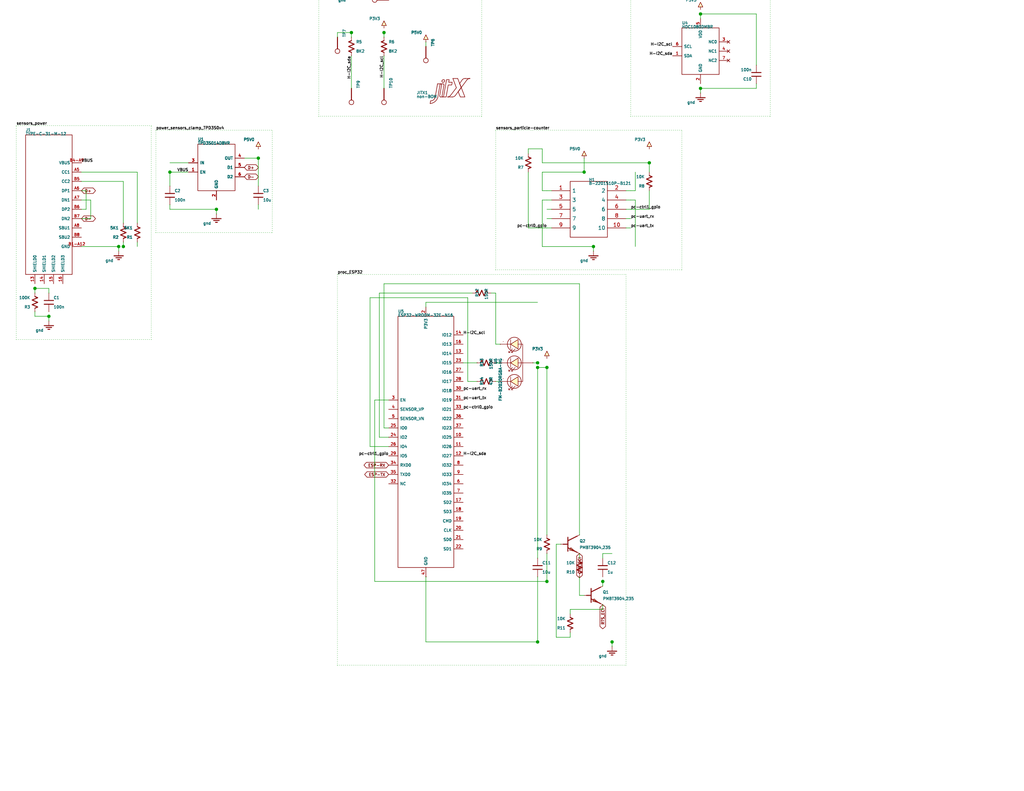
<source format=kicad_sch>
(kicad_sch (version 20230121) (generator jitx)
  (paper "A")
  (wire (pts (xy 150.495 52.07) (xy 149.225 52.07)) (stroke (width 0.127)))
  (wire (pts (xy 170.815 52.07) (xy 172.085 52.07)) (stroke (width 0.127)))
  (wire (pts (xy 150.495 54.61) (xy 149.225 54.61)) (stroke (width 0.127)))
  (wire (pts (xy 170.815 54.61) (xy 172.085 54.61)) (stroke (width 0.127)))
  (wire (pts (xy 150.495 57.15) (xy 149.225 57.15)) (stroke (width 0.127)))
  (wire (pts (xy 170.815 57.15) (xy 172.085 57.15)) (stroke (width 0.127)))
  (wire (pts (xy 150.495 59.69) (xy 149.225 59.69)) (stroke (width 0.127)))
  (wire (pts (xy 170.815 59.69) (xy 172.085 59.69)) (stroke (width 0.127)))
  (wire (pts (xy 150.495 62.23) (xy 149.225 62.23)) (stroke (width 0.127)))
  (wire (pts (xy 170.815 62.23) (xy 172.085 62.23)) (stroke (width 0.127)))
  (wire (pts (xy 126.365 99.06) (xy 130.175 99.06)) (stroke (width 0.127)))
  (wire (pts (xy 116.205 175.26) (xy 167.005 175.26)) (stroke (width 0.127)))
  (wire (pts (xy 164.465 151.13) (xy 167.005 151.13)) (stroke (width 0.127)))
  (wire (pts (xy 146.685 175.26) (xy 146.685 157.48)) (stroke (width 0.127)))
  (wire (pts (xy 116.205 175.26) (xy 116.205 157.48)) (stroke (width 0.127)))
  (wire (pts (xy 167.005 176.53) (xy 167.005 151.13)) (stroke (width 0.127)))
  (wire (pts (xy 164.465 152.4) (xy 164.465 151.13)) (stroke (width 0.127)))
  (wire (pts (xy 133.985 80.01) (xy 135.255 80.01)) (stroke (width 0.127)))
  (wire (pts (xy 135.255 93.98) (xy 136.525 93.98)) (stroke (width 0.127)))
  (wire (pts (xy 135.255 93.98) (xy 135.255 80.01)) (stroke (width 0.127)))
  (wire (pts (xy 135.255 104.14) (xy 136.525 104.14)) (stroke (width 0.127)))
  (wire (pts (xy 116.205 82.55) (xy 146.685 82.55)) (stroke (width 0.127)))
  (wire (pts (xy 145.415 99.06) (xy 146.685 99.06)) (stroke (width 0.127)))
  (wire (pts (xy 146.685 152.4) (xy 146.685 82.55)) (stroke (width 0.127)))
  (wire (pts (xy 116.205 83.82) (xy 116.205 82.55)) (stroke (width 0.127)))
  (wire (pts (xy 149.225 146.05) (xy 149.225 97.79)) (stroke (width 0.127)))
  (wire (pts (xy 146.685 100.33) (xy 149.225 100.33)) (stroke (width 0.127)))
  (wire (pts (xy 100.965 121.92) (xy 106.045 121.92)) (stroke (width 0.127)))
  (wire (pts (xy 100.965 81.28) (xy 127.635 81.28)) (stroke (width 0.127)))
  (wire (pts (xy 127.635 104.14) (xy 130.175 104.14)) (stroke (width 0.127)))
  (wire (pts (xy 127.635 104.14) (xy 127.635 81.28)) (stroke (width 0.127)))
  (wire (pts (xy 100.965 121.92) (xy 100.965 81.28)) (stroke (width 0.127)))
  (wire (pts (xy 158.115 152.4) (xy 158.115 151.13)) (stroke (width 0.127)))
  (wire (pts (xy 102.235 158.75) (xy 164.465 158.75)) (stroke (width 0.127)))
  (wire (pts (xy 102.235 109.22) (xy 106.045 109.22)) (stroke (width 0.127)))
  (wire (pts (xy 164.465 160.02) (xy 164.465 157.48)) (stroke (width 0.127)))
  (wire (pts (xy 149.225 158.75) (xy 149.225 151.13)) (stroke (width 0.127)))
  (wire (pts (xy 102.235 158.75) (xy 102.235 109.22)) (stroke (width 0.127)))
  (wire (pts (xy 135.255 99.06) (xy 136.525 99.06)) (stroke (width 0.127)))
  (wire (pts (xy 103.505 119.38) (xy 106.045 119.38)) (stroke (width 0.127)))
  (wire (pts (xy 103.505 80.01) (xy 128.905 80.01)) (stroke (width 0.127)))
  (wire (pts (xy 103.505 119.38) (xy 103.505 80.01)) (stroke (width 0.127)))
  (wire (pts (xy 155.575 166.37) (xy 164.465 166.37)) (stroke (width 0.127)))
  (wire (pts (xy 164.465 166.37) (xy 164.465 165.1)) (stroke (width 0.127)))
  (wire (pts (xy 155.575 167.64) (xy 155.575 166.37)) (stroke (width 0.127)))
  (wire (pts (xy 151.765 173.99) (xy 155.575 173.99)) (stroke (width 0.127)))
  (wire (pts (xy 151.765 148.59) (xy 153.035 148.59)) (stroke (width 0.127)))
  (wire (pts (xy 151.765 173.99) (xy 151.765 148.59)) (stroke (width 0.127)))
  (wire (pts (xy 155.575 173.99) (xy 155.575 172.72)) (stroke (width 0.127)))
  (wire (pts (xy 158.115 162.56) (xy 159.385 162.56)) (stroke (width 0.127)))
  (wire (pts (xy 158.115 162.56) (xy 158.115 157.48)) (stroke (width 0.127)))
  (wire (pts (xy 104.775 116.84) (xy 106.045 116.84)) (stroke (width 0.127)))
  (wire (pts (xy 104.775 77.47) (xy 158.115 77.47)) (stroke (width 0.127)))
  (wire (pts (xy 158.115 146.05) (xy 158.115 77.47)) (stroke (width 0.127)))
  (wire (pts (xy 104.775 116.84) (xy 104.775 77.47)) (stroke (width 0.127)))
  (wire (pts (xy 46.355 57.15) (xy 70.485 57.15)) (stroke (width 0.127)))
  (wire (pts (xy 70.485 57.15) (xy 70.485 55.88)) (stroke (width 0.127)))
  (wire (pts (xy 46.355 57.15) (xy 46.355 55.88)) (stroke (width 0.127)))
  (wire (pts (xy 59.055 58.42) (xy 59.055 54.61)) (stroke (width 0.127)))
  (wire (pts (xy 46.355 44.45) (xy 51.435 44.45)) (stroke (width 0.127)))
  (wire (pts (xy 46.355 46.99) (xy 51.435 46.99)) (stroke (width 0.127)))
  (wire (pts (xy 46.355 50.8) (xy 46.355 44.45)) (stroke (width 0.127)))
  (wire (pts (xy 66.675 43.18) (xy 70.485 43.18)) (stroke (width 0.127)))
  (wire (pts (xy 70.485 50.8) (xy 70.485 40.64)) (stroke (width 0.127)))
  (wire (pts (xy 9.525 86.36) (xy 13.335 86.36)) (stroke (width 0.127)))
  (wire (pts (xy 13.335 87.63) (xy 13.335 85.09)) (stroke (width 0.127)))
  (wire (pts (xy 9.525 86.36) (xy 9.525 85.09)) (stroke (width 0.127)))
  (wire (pts (xy 22.225 67.31) (xy 37.465 67.31)) (stroke (width 0.127)))
  (wire (pts (xy 37.465 67.31) (xy 37.465 66.04)) (stroke (width 0.127)))
  (wire (pts (xy 33.655 67.31) (xy 33.655 66.04)) (stroke (width 0.127)))
  (wire (pts (xy 32.385 68.58) (xy 32.385 67.31)) (stroke (width 0.127)))
  (wire (pts (xy 9.525 78.74) (xy 13.335 78.74)) (stroke (width 0.127)))
  (wire (pts (xy 13.335 80.01) (xy 13.335 78.74)) (stroke (width 0.127)))
  (wire (pts (xy 9.525 80.01) (xy 9.525 77.47)) (stroke (width 0.127)))
  (wire (pts (xy 22.225 52.07) (xy 23.495 52.07)) (stroke (width 0.127)))
  (wire (pts (xy 22.225 57.15) (xy 23.495 57.15)) (stroke (width 0.127)))
  (wire (pts (xy 23.495 57.15) (xy 23.495 52.07)) (stroke (width 0.127)))
  (wire (pts (xy 22.225 54.61) (xy 24.765 54.61)) (stroke (width 0.127)))
  (wire (pts (xy 22.225 59.69) (xy 24.765 59.69)) (stroke (width 0.127)))
  (wire (pts (xy 24.765 59.69) (xy 24.765 54.61)) (stroke (width 0.127)))
  (wire (pts (xy 22.225 46.99) (xy 37.465 46.99)) (stroke (width 0.127)))
  (wire (pts (xy 37.465 60.96) (xy 37.465 46.99)) (stroke (width 0.127)))
  (wire (pts (xy 22.225 49.53) (xy 33.655 49.53)) (stroke (width 0.127)))
  (wire (pts (xy 33.655 60.96) (xy 33.655 49.53)) (stroke (width 0.127)))
  (wire (pts (xy 172.085 57.15) (xy 177.165 57.15)) (stroke (width 0.127)))
  (wire (pts (xy 177.165 57.15) (xy 177.165 52.07)) (stroke (width 0.127)))
  (wire (pts (xy 147.955 46.99) (xy 173.355 46.99)) (stroke (width 0.127)))
  (wire (pts (xy 172.085 52.07) (xy 173.355 52.07)) (stroke (width 0.127)))
  (wire (pts (xy 147.955 52.07) (xy 149.225 52.07)) (stroke (width 0.127)))
  (wire (pts (xy 147.955 52.07) (xy 147.955 46.99)) (stroke (width 0.127)))
  (wire (pts (xy 173.355 52.07) (xy 173.355 46.99)) (stroke (width 0.127)))
  (wire (pts (xy 159.385 46.99) (xy 159.385 43.18)) (stroke (width 0.127)))
  (wire (pts (xy 144.145 62.23) (xy 149.225 62.23)) (stroke (width 0.127)))
  (wire (pts (xy 144.145 62.23) (xy 144.145 46.99)) (stroke (width 0.127)))
  (wire (pts (xy 144.145 40.64) (xy 147.955 40.64)) (stroke (width 0.127)))
  (wire (pts (xy 147.955 44.45) (xy 177.165 44.45)) (stroke (width 0.127)))
  (wire (pts (xy 147.955 44.45) (xy 147.955 40.64)) (stroke (width 0.127)))
  (wire (pts (xy 144.145 41.91) (xy 144.145 40.64)) (stroke (width 0.127)))
  (wire (pts (xy 177.165 46.99) (xy 177.165 40.64)) (stroke (width 0.127)))
  (wire (pts (xy 147.955 67.31) (xy 173.355 67.31)) (stroke (width 0.127)))
  (wire (pts (xy 172.085 54.61) (xy 173.355 54.61)) (stroke (width 0.127)))
  (wire (pts (xy 147.955 54.61) (xy 149.225 54.61)) (stroke (width 0.127)))
  (wire (pts (xy 147.955 67.31) (xy 147.955 54.61)) (stroke (width 0.127)))
  (wire (pts (xy 173.355 67.31) (xy 173.355 54.61)) (stroke (width 0.127)))
  (wire (pts (xy 161.925 68.58) (xy 161.925 67.31)) (stroke (width 0.127)))
  (wire (pts (xy 95.885 24.13) (xy 95.885 15.24)) (stroke (width 0.127)))
  (wire (pts (xy 92.075 8.89) (xy 104.775 8.89)) (stroke (width 0.127)))
  (wire (pts (xy 104.775 10.16) (xy 104.775 7.62)) (stroke (width 0.127)))
  (wire (pts (xy 92.075 10.16) (xy 92.075 8.89)) (stroke (width 0.127)))
  (wire (pts (xy 95.885 10.16) (xy 95.885 8.89)) (stroke (width 0.127)))
  (wire (pts (xy 104.775 24.13) (xy 104.775 15.24)) (stroke (width 0.127)))
  (wire (pts (xy 90.805 -3.81) (xy 95.885 -3.81)) (stroke (width 0.127)))
  (wire (pts (xy 90.805 -3.81) (xy 90.805 -5.08)) (stroke (width 0.127)))
  (wire (pts (xy 95.885 -2.54) (xy 95.885 -5.08)) (stroke (width 0.127)))
  (wire (pts (xy 116.205 12.7) (xy 116.205 11.43)) (stroke (width 0.127)))
  (wire (pts (xy 191.135 3.81) (xy 206.375 3.81)) (stroke (width 0.127)))
  (wire (pts (xy 206.375 17.78) (xy 206.375 3.81)) (stroke (width 0.127)))
  (wire (pts (xy 191.135 5.08) (xy 191.135 2.54)) (stroke (width 0.127)))
  (wire (pts (xy 191.135 24.13) (xy 206.375 24.13)) (stroke (width 0.127)))
  (wire (pts (xy 191.135 25.4) (xy 191.135 22.86)) (stroke (width 0.127)))
  (wire (pts (xy 206.375 24.13) (xy 206.375 22.86)) (stroke (width 0.127)))
  (wire (pts (xy 92.075 74.93) (xy 170.815 74.93)) (stroke (width 0.127) (type dot)))
  (wire (pts (xy 92.075 181.61) (xy 170.815 181.61)) (stroke (width 0.127) (type dot)))
  (wire (pts (xy 92.075 181.61) (xy 92.075 74.93)) (stroke (width 0.127) (type dot)))
  (wire (pts (xy 170.815 181.61) (xy 170.815 74.93)) (stroke (width 0.127) (type dot)))
  (wire (pts (xy 42.545 35.56) (xy 74.295 35.56)) (stroke (width 0.127) (type dot)))
  (wire (pts (xy 42.545 63.5) (xy 74.295 63.5)) (stroke (width 0.127) (type dot)))
  (wire (pts (xy 42.545 63.5) (xy 42.545 35.56)) (stroke (width 0.127) (type dot)))
  (wire (pts (xy 74.295 63.5) (xy 74.295 35.56)) (stroke (width 0.127) (type dot)))
  (wire (pts (xy 4.445 34.29) (xy 41.275 34.29)) (stroke (width 0.127) (type dot)))
  (wire (pts (xy 4.445 92.71) (xy 41.275 92.71)) (stroke (width 0.127) (type dot)))
  (wire (pts (xy 4.445 92.71) (xy 4.445 34.29)) (stroke (width 0.127) (type dot)))
  (wire (pts (xy 41.275 92.71) (xy 41.275 34.29)) (stroke (width 0.127) (type dot)))
  (wire (pts (xy 135.255 35.56) (xy 186.055 35.56)) (stroke (width 0.127) (type dot)))
  (wire (pts (xy 135.255 73.66) (xy 186.055 73.66)) (stroke (width 0.127) (type dot)))
  (wire (pts (xy 135.255 73.66) (xy 135.255 35.56)) (stroke (width 0.127) (type dot)))
  (wire (pts (xy 186.055 73.66) (xy 186.055 35.56)) (stroke (width 0.127) (type dot)))
  (wire (pts (xy 86.995 -12.7) (xy 131.445 -12.7)) (stroke (width 0.127) (type dot)))
  (wire (pts (xy 86.995 31.75) (xy 131.445 31.75)) (stroke (width 0.127) (type dot)))
  (wire (pts (xy 86.995 31.75) (xy 86.995 -12.7)) (stroke (width 0.127) (type dot)))
  (wire (pts (xy 131.445 31.75) (xy 131.445 -12.7)) (stroke (width 0.127) (type dot)))
  (wire (pts (xy 172.085 -3.81) (xy 210.185 -3.81)) (stroke (width 0.127) (type dot)))
  (wire (pts (xy 172.085 31.75) (xy 210.185 31.75)) (stroke (width 0.127) (type dot)))
  (wire (pts (xy 172.085 31.75) (xy 172.085 -3.81)) (stroke (width 0.127) (type dot)))
  (wire (pts (xy 210.185 31.75) (xy 210.185 -3.81)) (stroke (width 0.127) (type dot)))
  (junction (at 146.685 175.26) (diameter 0.762))
  (junction (at 167.005 175.26) (diameter 0.762))
  (junction (at 146.685 99.06) (diameter 0.762))
  (junction (at 146.685 100.33) (diameter 0.762))
  (junction (at 149.225 100.33) (diameter 0.762))
  (junction (at 164.465 158.75) (diameter 0.762))
  (junction (at 149.225 158.75) (diameter 0.762))
  (junction (at 59.055 57.15) (diameter 0.762))
  (junction (at 46.355 46.99) (diameter 0.762))
  (junction (at 70.485 43.18) (diameter 0.762))
  (junction (at 13.335 86.36) (diameter 0.762))
  (junction (at 33.655 67.31) (diameter 0.762))
  (junction (at 32.385 67.31) (diameter 0.762))
  (junction (at 9.525 78.74) (diameter 0.762))
  (junction (at 159.385 46.99) (diameter 0.762))
  (junction (at 177.165 44.45) (diameter 0.762))
  (junction (at 161.925 67.31) (diameter 0.762))
  (junction (at 104.775 8.89) (diameter 0.762))
  (junction (at 95.885 8.89) (diameter 0.762))
  (junction (at 95.885 -3.81) (diameter 0.762))
  (junction (at 191.135 3.81) (diameter 0.762))
  (junction (at 191.135 24.13) (diameter 0.762))
  (label "pc-ctrl0_gpio" (at 126.365 111.76 0) (effects (font (size 0.762 0.762))))
  (global_label "ESP-RX" (at 106.045 127.0 180) (effects (font (size 0.762 0.762))))
  (label "H-I2C_sda" (at 126.365 124.46 0) (effects (font (size 0.762 0.762))))
  (label "pc-ctrl1_gpio" (at 106.045 124.46 180) (effects (font (size 0.762 0.762))))
  (label "pc-uart_tx" (at 126.365 109.22 0) (effects (font (size 0.762 0.762))))
  (global_label "RTS_ECI" (at 164.465 165.1 270) (effects (font (size 0.762 0.762))))
  (global_label "DTR_ECI" (at 158.115 151.13 270) (effects (font (size 0.762 0.762))))
  (label "pc-uart_rx" (at 126.365 106.68 0) (effects (font (size 0.762 0.762))))
  (label "H-I2C_scl" (at 126.365 91.44 0) (effects (font (size 0.762 0.762))))
  (global_label "ESP-TX" (at 106.045 129.54 180) (effects (font (size 0.762 0.762))))
  (global_label "D-" (at 66.675 48.26 0) (effects (font (size 0.762 0.762))))
  (label "VBUS" (at 51.435 46.99 180) (effects (font (size 0.762 0.762))))
  (global_label "D+" (at 66.675 45.72 0) (effects (font (size 0.762 0.762))))
  (global_label "D-" (at 22.225 59.69 0) (effects (font (size 0.762 0.762))))
  (label "VBUS" (at 22.225 44.45 0) (effects (font (size 0.762 0.762))))
  (global_label "D+" (at 22.225 52.07 0) (effects (font (size 0.762 0.762))))
  (label "pc-ctrl0_gpio" (at 149.225 62.23 180) (effects (font (size 0.762 0.762))))
  (label "pc-uart_tx" (at 172.085 62.23 0) (effects (font (size 0.762 0.762))))
  (label "pc-uart_rx" (at 172.085 59.69 0) (effects (font (size 0.762 0.762))))
  (label "pc-ctrl1_gpio" (at 172.085 57.15 0) (effects (font (size 0.762 0.762))))
  (label "H-I2C_sda" (at 95.885 15.24 270) (effects (font (size 0.762 0.762))))
  (label "H-I2C_scl" (at 104.775 15.24 270) (effects (font (size 0.762 0.762))))
  (label "pc-uart_tx" (at 106.045 0.0 0) (effects (font (size 0.762 0.762))))
  (label "pc-uart_rx" (at 106.045 -6.35 0) (effects (font (size 0.762 0.762))))
  (label "H-I2C_sda" (at 183.515 15.24 180) (effects (font (size 0.762 0.762))))
  (label "H-I2C_scl" (at 183.515 12.7 180) (effects (font (size 0.762 0.762))))
  (label "proc_ESP32" (at 92.075 74.93 0) (effects (font (size 0.762 0.762))))
  (label "power_sensors_clamp_TPD3S0x4" (at 42.545 35.56 0) (effects (font (size 0.762 0.762))))
  (label "sensors_power" (at 4.445 34.29 0) (effects (font (size 0.762 0.762))))
  (label "sensors_particle-counter" (at 135.255 35.56 0) (effects (font (size 0.762 0.762))))
  (label "humidity-sensor_sensors_hum_HDC1080" (at 172.085 -3.81 0) (effects (font (size 0.762 0.762))))
  (symbol (lib_id "my_resistor_10") (at 33.655 63.5 180.0) (unit 1)
    (property "Reference" "R2" (at 32.385 64.77 0.0) (effects (font (size 0.762 0.762)) (justify left)))
    (property "Value" "5K1" (at 32.385 62.23 0.0) (effects (font (size 0.762 0.762)) (justify left)))
    (property "Footprint" "ble-mote:Pkg0402_2" (effects hide))
    (property "Datasheet" "https://b2b-api.panasonic.eu/file_stream/pids/fileversion/1242" (effects hide))
    (property "Name" "sensors_usb_con_rid" (effects hide))
    (property "Description" "RES SMD 5.1K OHM 5% 1/10W 0402" (effects hide))
    (property "Manufacturer" "Panasonic Electronic Components" (effects hide))
    (property "MPN" "ERJ-2GEJ512X" (effects hide))
    (property "Reference-prefix" "R" (effects hide))
  )
  (symbol (lib_id "my_resistor_4") (at 104.775 12.7 0.0) (unit 1)
    (property "Reference" "R6" (at 106.045 11.43 0.0) (effects (font (size 0.762 0.762)) (justify left)))
    (property "Value" "8K2" (at 106.045 13.97 0.0) (effects (font (size 0.762 0.762)) (justify left)))
    (property "Footprint" "ble-mote:Pkg0402_2" (effects hide))
    (property "Datasheet" "https://na.industrial.panasonic.com/file-download/8997" (effects hide))
    (property "Name" "sensors_rs_r1" (effects hide))
    (property "Description" "RES 8.2K OHM 0.1% 1/10W 0402" (effects hide))
    (property "Manufacturer" "Panasonic Electronic Components" (effects hide))
    (property "MPN" "ERA-2VEB8201X" (effects hide))
    (property "Reference-prefix" "R" (effects hide))
  )
  (symbol (lib_id "component_3") (at 191.135 13.97 0.0) (unit 1)
    (property "Reference" "U4" (at 186.055 6.258 0.0) (effects (font (size 0.762 0.762)) (justify left)))
    (property "Value" "HDC1080DMBR" (at 186.055 7.32 0.0) (effects (font (size 0.762 0.762)) (justify left)))
    (property "Footprint" "ble-mote:SON100P300X300X80_7N" (effects hide))
    (property "Name" "sensors_hum_sensor" (effects hide))
    (property "Description" "I2C humidity sensor" (effects hide))
    (property "Manufacturer" "Texas Instruments" (effects hide))
    (property "MPN" "HDC1080DMBR" (effects hide))
  )
  (symbol (lib_id "my_resistor") (at 131.445 80.01 270.0) (unit 1)
    (property "Reference" "R12" (at 130.175 78.74 0.0) (effects (font (size 0.762 0.762)) (justify left)))
    (property "Value" "150R" (at 132.715 78.74 0.0) (effects (font (size 0.762 0.762)) (justify left)))
    (property "Footprint" "ble-mote:Pkg0402" (effects hide))
    (property "Datasheet" "https://www.yageo.com/upload/media/product/productsearch/datasheet/rchip/PYu-AC_51_RoHS_L_7.pdf" (effects hide))
    (property "Name" "rgb_rid" (effects hide))
    (property "Description" "RES SMD 150 OHM 5% 1/16W 0402" (effects hide))
    (property "Manufacturer" "YAGEO" (effects hide))
    (property "MPN" "AC0402JR-07150RL" (effects hide))
    (property "Reference-prefix" "R" (effects hide))
  )
  (symbol (lib_id "my_resistor_12") (at 177.165 49.53 180.0) (unit 1)
    (property "Reference" "R8" (at 175.895 50.8 0.0) (effects (font (size 0.762 0.762)) (justify left)))
    (property "Value" "10K" (at 175.895 48.26 0.0) (effects (font (size 0.762 0.762)) (justify left)))
    (property "Footprint" "ble-mote:Pkg0402_2" (effects hide))
    (property "Datasheet" "https://industrial.panasonic.com/cdbs/www-data/pdf/RDO0000/AOA0000C331.pdf" (effects hide))
    (property "Name" "sensors_particle-counter_rid" (effects hide))
    (property "Description" "RES SMD 10K OHM 1% 1/5W 0402" (effects hide))
    (property "Manufacturer" "Panasonic Electronic Components" (effects hide))
    (property "MPN" "ERJ-PA2F1002X" (effects hide))
    (property "Reference-prefix" "R" (effects hide))
  )
  (symbol (lib_id "my_resistor_3") (at 37.465 63.5 180.0) (unit 1)
    (property "Reference" "R1" (at 36.195 64.77 0.0) (effects (font (size 0.762 0.762)) (justify left)))
    (property "Value" "5K1" (at 36.195 62.23 0.0) (effects (font (size 0.762 0.762)) (justify left)))
    (property "Footprint" "ble-mote:Pkg0402_2" (effects hide))
    (property "Datasheet" "https://b2b-api.panasonic.eu/file_stream/pids/fileversion/1242" (effects hide))
    (property "Name" "sensors_usb_con_rid" (effects hide))
    (property "Description" "RES SMD 5.1K OHM 5% 1/10W 0402" (effects hide))
    (property "Manufacturer" "Panasonic Electronic Components" (effects hide))
    (property "MPN" "ERJ-2GEJ512X" (effects hide))
    (property "Reference-prefix" "R" (effects hide))
  )
  (symbol (lib_id "smd_testpoint_cmp") (at 95.885 26.67 90.0) (unit 1)
    (property "Reference" "TP9" (at 97.79 24.13 0.0) (effects (font (size 0.762 0.762)) (justify left)))
    (property "Footprint" "ble-mote:SMD_TESTPT" (effects hide))
    (property "Name" "sensors_test-points_point0" (effects hide))
    (property "Reference-prefix" "TP" (effects hide))
  )
  (symbol (lib_id "component_4") (at 140.335 99.06 270.0) (unit 1)
    (property "Reference" "U6" (at 135.255 97.79 0.0) (effects (font (size 0.762 0.762)) (justify left)))
    (property "Value" "FM-B2020RGBA-HG" (at 136.525 97.79 0.0) (effects (font (size 0.762 0.762)) (justify left)))
    (property "Footprint" "ble-mote:RGB_2020" (effects hide))
    (property "Name" "rgb_led" (effects hide))
    (property "Description" "2020 RGB LED" (effects hide))
    (property "Manufacturer" "Foshan NationStar Optoelectronics" (effects hide))
    (property "MPN" "FM-B2020RGBA-HG" (effects hide))
  )
  (symbol (lib_id "my_resistor_9") (at 144.145 44.45 180.0) (unit 1)
    (property "Reference" "R7" (at 142.875 45.72 0.0) (effects (font (size 0.762 0.762)) (justify left)))
    (property "Value" "10K" (at 142.875 43.18 0.0) (effects (font (size 0.762 0.762)) (justify left)))
    (property "Footprint" "ble-mote:Pkg0402_2" (effects hide))
    (property "Datasheet" "https://industrial.panasonic.com/cdbs/www-data/pdf/RDO0000/AOA0000C331.pdf" (effects hide))
    (property "Name" "sensors_particle-counter_rid" (effects hide))
    (property "Description" "RES SMD 10K OHM 1% 1/5W 0402" (effects hide))
    (property "Manufacturer" "Panasonic Electronic Components" (effects hide))
    (property "MPN" "ERJ-PA2F1002X" (effects hide))
    (property "Reference-prefix" "R" (effects hide))
  )
  (symbol (lib_id "my_resistor_11") (at 155.575 170.18 180.0) (unit 1)
    (property "Reference" "R11" (at 154.305 171.45 0.0) (effects (font (size 0.762 0.762)) (justify left)))
    (property "Value" "10K" (at 154.305 168.91 0.0) (effects (font (size 0.762 0.762)) (justify left)))
    (property "Footprint" "ble-mote:Pkg0402_2" (effects hide))
    (property "Datasheet" "https://industrial.panasonic.com/cdbs/www-data/pdf/RDO0000/AOA0000C331.pdf" (effects hide))
    (property "Name" "proc_rid" (effects hide))
    (property "Description" "RES SMD 10K OHM 1% 1/5W 0402" (effects hide))
    (property "Manufacturer" "Panasonic Electronic Components" (effects hide))
    (property "MPN" "ERJ-PA2F1002X" (effects hide))
    (property "Reference-prefix" "R" (effects hide))
  )
  (symbol (lib_id "JITX") (at 116.205 29.21 0.0) (unit 1)
    (property "Reference" "JITX1" (at 113.665 25.308 0.0) (effects (font (size 0.762 0.762)) (justify left)))
    (property "Value" "non-BOM" (at 113.665 26.37 0.0) (effects (font (size 0.762 0.762)) (justify left)))
    (property "Footprint" "ble-mote:JITX_SM_LP" (effects hide))
    (property "Name" "logo" (effects hide))
    (property "Description" "JITX Logo" (effects hide))
    (property "Manufacturer" "non-BOM" (effects hide))
    (property "MPN" "non-BOM" (effects hide))
    (property "Reference-prefix" "JITX" (effects hide))
  )
  (symbol (lib_id "my_capacitor_5") (at 206.375 20.32 180.0) (unit 1)
    (property "Reference" "C10" (at 205.105 21.59 0.0) (effects (font (size 0.762 0.762)) (justify left)))
    (property "Value" "100n" (at 205.105 19.05 0.0) (effects (font (size 0.762 0.762)) (justify left)))
    (property "Footprint" "ble-mote:Pkg0402_3" (effects hide))
    (property "Datasheet" "//media.digikey.com/pdf/Data%20Sheets/Samsung%20PDFs/CL05B104KA5NNNC_Spec.pdf" (effects hide))
    (property "Name" "sensors_hum_cap" (effects hide))
    (property "Manufacturer" "Samsung Electro-Mechanics" (effects hide))
    (property "MPN" "CL05B104KA5NNNC" (effects hide))
    (property "Reference-prefix" "C" (effects hide))
  )
  (symbol (lib_id "smd_testpoint_cmp") (at 103.505 -6.35 0.0) (unit 1)
    (property "Reference" "TP12" (at 100.965 -8.255 0.0) (effects (font (size 0.762 0.762)) (justify left)))
    (property "Footprint" "ble-mote:SMD_TESTPT" (effects hide))
    (property "Name" "sensors_test-points_point1" (effects hide))
    (property "Reference-prefix" "TP" (effects hide))
  )
  (symbol (lib_id "my_resistor_6") (at 158.115 154.94 180.0) (unit 1)
    (property "Reference" "R10" (at 156.845 156.21 0.0) (effects (font (size 0.762 0.762)) (justify left)))
    (property "Value" "10K" (at 156.845 153.67 0.0) (effects (font (size 0.762 0.762)) (justify left)))
    (property "Footprint" "ble-mote:Pkg0402_2" (effects hide))
    (property "Datasheet" "https://industrial.panasonic.com/cdbs/www-data/pdf/RDO0000/AOA0000C331.pdf" (effects hide))
    (property "Name" "proc_rid" (effects hide))
    (property "Description" "RES SMD 10K OHM 1% 1/5W 0402" (effects hide))
    (property "Manufacturer" "Panasonic Electronic Components" (effects hide))
    (property "MPN" "ERJ-PA2F1002X" (effects hide))
    (property "Reference-prefix" "R" (effects hide))
  )
  (symbol (lib_id "smd_testpoint_cmp") (at 92.075 12.7 90.0) (unit 1)
    (property "Reference" "TP7" (at 93.98 10.16 0.0) (effects (font (size 0.762 0.762)) (justify left)))
    (property "Footprint" "ble-mote:SMD_TESTPT" (effects hide))
    (property "Name" "sensors_test-points_point1" (effects hide))
    (property "Reference-prefix" "TP" (effects hide))
  )
  (symbol (lib_id "my_resistor_2") (at 149.225 148.59 180.0) (unit 1)
    (property "Reference" "R9" (at 147.955 149.86 0.0) (effects (font (size 0.762 0.762)) (justify left)))
    (property "Value" "10K" (at 147.955 147.32 0.0) (effects (font (size 0.762 0.762)) (justify left)))
    (property "Footprint" "ble-mote:Pkg0402_2" (effects hide))
    (property "Datasheet" "https://industrial.panasonic.com/cdbs/www-data/pdf/RDO0000/AOA0000C331.pdf" (effects hide))
    (property "Name" "proc_en-r" (effects hide))
    (property "Description" "RES SMD 10K OHM 1% 1/5W 0402" (effects hide))
    (property "Manufacturer" "Panasonic Electronic Components" (effects hide))
    (property "MPN" "ERJ-PA2F1002X" (effects hide))
    (property "Reference-prefix" "R" (effects hide))
  )
  (symbol (lib_id "C124396") (at 160.655 57.15 0.0) (unit 1)
    (property "Reference" "H1" (at 160.655 49.0699898399797 0.0) (effects (font (size 0.762 0.762)) (justify left)))
    (property "Value" "B-2201S10P-B121" (at 160.655 50.0699898399797 0.0) (effects (font (size 0.762 0.762)) (justify left)))
    (property "Footprint" "ble-mote:HDR_TH_10P_P1_27_V_F_R2_C5_S1_27_1" (effects hide))
    (property "Datasheet" "https://datasheet.lcsc.com/lcsc/1810221610_Ckmtw-Shenzhen-Cankemeng-B-2201S10P-B121_C124396.pdf" (effects hide))
    (property "Name" "sensors_particle-counter_header" (effects hide))
    (property "Description" "1.27mm 1.27mm Phosphor bronze Straight 2x5P 10 2 Straight,P=1.27mm  Female Headers ROHS" (effects hide))
    (property "Manufacturer" "Ckmtw(Shenzhen Cankemeng)" (effects hide))
    (property "MPN" "B-2201S10P-B121" (effects hide))
    (property "Reference-prefix" "H" (effects hide))
  )
  (symbol (lib_id "my_capacitor_3") (at 13.335 82.55 0.0) (unit 1)
    (property "Reference" "C1" (at 14.605 81.28 0.0) (effects (font (size 0.762 0.762)) (justify left)))
    (property "Value" "100n" (at 14.605 83.82 0.0) (effects (font (size 0.762 0.762)) (justify left)))
    (property "Footprint" "ble-mote:Pkg0402_3" (effects hide))
    (property "Datasheet" "//media.digikey.com/pdf/Data%20Sheets/Samsung%20PDFs/CL05B104KA5NNNC_Spec.pdf" (effects hide))
    (property "Name" "sensors_usb_cap" (effects hide))
    (property "Manufacturer" "Samsung Electro-Mechanics" (effects hide))
    (property "MPN" "CL05B104KA5NNNC" (effects hide))
    (property "Reference-prefix" "C" (effects hide))
  )
  (symbol (lib_id "component") (at 59.055 45.72 0.0) (unit 1)
    (property "Reference" "U1" (at 53.975 38.008 0.0) (effects (font (size 0.762 0.762)) (justify left)))
    (property "Value" "TPD3S014DBVR" (at 53.975 39.07 0.0) (effects (font (size 0.762 0.762)) (justify left)))
    (property "Footprint" "ble-mote:SOT95P280X145_6N" (effects hide))
    (property "Name" "sensors_clamp_tpd" (effects hide))
    (property "Description" "USB power and data protection" (effects hide))
    (property "Manufacturer" "Texas Instruments" (effects hide))
    (property "MPN" "TPD3S014DBVR" (effects hide))
  )
  (symbol (lib_id "my_capacitor_1") (at 146.685 154.94 0.0) (unit 1)
    (property "Reference" "C11" (at 147.955 153.67 0.0) (effects (font (size 0.762 0.762)) (justify left)))
    (property "Value" "10u" (at 147.955 156.21 0.0) (effects (font (size 0.762 0.762)) (justify left)))
    (property "Footprint" "ble-mote:Pkg0603" (effects hide))
    (property "Datasheet" "https://product.tdk.com/info/en/catalog/datasheets/mlcc_commercial_general_en.pdf?ref_disty=digikey" (effects hide))
    (property "Name" "proc_cap" (effects hide))
    (property "Manufacturer" "TDK Corporation" (effects hide))
    (property "MPN" "C1608X5R1C106M080AB" (effects hide))
    (property "Reference-prefix" "C" (effects hide))
  )
  (symbol (lib_id "USB_C") (at 13.335 55.88 0.0) (unit 1)
    (property "Reference" "J1" (at 6.985 35.468 0.0) (effects (font (size 0.762 0.762)) (justify left)))
    (property "Value" "TYPE-C-31-M-12" (at 6.985 36.53 0.0) (effects (font (size 0.762 0.762)) (justify left)))
    (property "Footprint" "ble-mote:LP_TYPE_C_31_M_12" (effects hide))
    (property "Name" "sensors_usb_con_conn" (effects hide))
    (property "Description" "250mA 1 16 Female Type-C SMD  USB Connectors ROHS" (effects hide))
    (property "Manufacturer" "Korean Hroparts Elec" (effects hide))
    (property "MPN" "TYPE-C-31-M-12" (effects hide))
    (property "Reference-prefix" "J" (effects hide))
  )
  (symbol (lib_id "my_resistor_1") (at 9.525 82.55 180.0) (unit 1)
    (property "Reference" "R3" (at 8.255 83.82 0.0) (effects (font (size 0.762 0.762)) (justify left)))
    (property "Value" "100K" (at 8.255 81.28 0.0) (effects (font (size 0.762 0.762)) (justify left)))
    (property "Footprint" "ble-mote:Pkg0402_2" (effects hide))
    (property "Datasheet" "https://www.vishay.com/docs/28779/tnpue3.pdf" (effects hide))
    (property "Name" "sensors_usb_rid" (effects hide))
    (property "Description" "TNPU0402 100K 0.1% T-16 EP1 E3" (effects hide))
    (property "Manufacturer" "Vishay Dale" (effects hide))
    (property "MPN" "TNPU0402100KBZEP00" (effects hide))
    (property "Reference-prefix" "R" (effects hide))
  )
  (symbol (lib_id "ESP32_Module") (at 116.205 120.65 0.0) (unit 1)
    (property "Reference" "U5" (at 108.585 84.998 0.0) (effects (font (size 0.762 0.762)) (justify left)))
    (property "Value" "ESP32-WROOM-32E-N16" (at 108.585 86.06 0.0) (effects (font (size 0.762 0.762)) (justify left)))
    (property "Footprint" "ble-mote:ESP32_WROOM" (effects hide))
    (property "Name" "proc_esp32" (effects hide))
    (property "Manufacturer" "Espressif" (effects hide))
    (property "MPN" "ESP32-WROOM-32E-N16" (effects hide))
    (property "Reference-prefix" "U" (effects hide))
  )
  (symbol (lib_id "smd_testpoint_cmp") (at 103.505 0.0 0.0) (unit 1)
    (property "Reference" "TP11" (at 100.965 -1.905 0.0) (effects (font (size 0.762 0.762)) (justify left)))
    (property "Footprint" "ble-mote:SMD_TESTPT" (effects hide))
    (property "Name" "sensors_test-points_point0" (effects hide))
    (property "Reference-prefix" "TP" (effects hide))
  )
  (symbol (lib_id "my_capacitor_8") (at 164.465 154.94 0.0) (unit 1)
    (property "Reference" "C12" (at 165.735 153.67 0.0) (effects (font (size 0.762 0.762)) (justify left)))
    (property "Value" "1u" (at 165.735 156.21 0.0) (effects (font (size 0.762 0.762)) (justify left)))
    (property "Footprint" "ble-mote:Pkg0402_3" (effects hide))
    (property "Datasheet" "//media.digikey.com/pdf/Data%20Sheets/Samsung%20PDFs/CL05A105KO5NNNC_Spec_5-2-19.pdf" (effects hide))
    (property "Name" "proc_en-c" (effects hide))
    (property "Manufacturer" "Samsung Electro-Mechanics" (effects hide))
    (property "MPN" "CL05A105KO5NNNC" (effects hide))
    (property "Reference-prefix" "C" (effects hide))
  )
  (symbol (lib_id "smd_testpoint_cmp") (at 116.205 15.24 90.0) (unit 1)
    (property "Reference" "TP6" (at 118.11 12.7 0.0) (effects (font (size 0.762 0.762)) (justify left)))
    (property "Footprint" "ble-mote:SMD_TESTPT" (effects hide))
    (property "Name" "sensors_test-points_point0" (effects hide))
    (property "Reference-prefix" "TP" (effects hide))
  )
  (symbol (lib_id "component_2") (at 161.925 162.56 0.0) (unit 1)
    (property "Reference" "Q1" (at 164.465 161.671 0.0) (effects (font (size 0.762 0.762)) (justify left)))
    (property "Value" "PMBT3904,235" (at 164.465 163.449 0.0) (effects (font (size 0.762 0.762)) (justify left)))
    (property "Footprint" "ble-mote:SOT95P280X100_3N" (effects hide))
    (property "Name" "proc_q0" (effects hide))
    (property "Description" "TRANS NPN 40V 0.2A SOT23" (effects hide))
    (property "Manufacturer" "Nexperia" (effects hide))
    (property "MPN" "PMBT3904,235" (effects hide))
    (property "Reference-prefix" "Q" (effects hide))
  )
  (symbol (lib_id "smd_testpoint_cmp") (at 104.775 26.67 90.0) (unit 1)
    (property "Reference" "TP10" (at 106.68 24.13 0.0) (effects (font (size 0.762 0.762)) (justify left)))
    (property "Footprint" "ble-mote:SMD_TESTPT" (effects hide))
    (property "Name" "sensors_test-points_point1" (effects hide))
    (property "Reference-prefix" "TP" (effects hide))
  )
  (symbol (lib_id "my_resistor_4") (at 95.885 12.7 0.0) (unit 1)
    (property "Reference" "R5" (at 97.155 11.43 0.0) (effects (font (size 0.762 0.762)) (justify left)))
    (property "Value" "8K2" (at 97.155 13.97 0.0) (effects (font (size 0.762 0.762)) (justify left)))
    (property "Footprint" "ble-mote:Pkg0402_2" (effects hide))
    (property "Datasheet" "https://na.industrial.panasonic.com/file-download/8997" (effects hide))
    (property "Name" "sensors_rs_r0" (effects hide))
    (property "Description" "RES 8.2K OHM 0.1% 1/10W 0402" (effects hide))
    (property "Manufacturer" "Panasonic Electronic Components" (effects hide))
    (property "MPN" "ERA-2VEB8201X" (effects hide))
    (property "Reference-prefix" "R" (effects hide))
  )
  (symbol (lib_id "my_capacitor_9") (at 70.485 53.34 0.0) (unit 1)
    (property "Reference" "C3" (at 71.755 52.07 0.0) (effects (font (size 0.762 0.762)) (justify left)))
    (property "Value" "10u" (at 71.755 54.61 0.0) (effects (font (size 0.762 0.762)) (justify left)))
    (property "Footprint" "ble-mote:Pkg0603" (effects hide))
    (property "Datasheet" "https://product.tdk.com/info/en/catalog/datasheets/mlcc_commercial_general_en.pdf?ref_disty=digikey" (effects hide))
    (property "Name" "sensors_clamp_cap" (effects hide))
    (property "Manufacturer" "TDK Corporation" (effects hide))
    (property "MPN" "C1608X5R1C106M080AB" (effects hide))
    (property "Reference-prefix" "C" (effects hide))
  )
  (symbol (lib_id "smd_testpoint_cmp") (at 95.885 -7.62 270.0) (unit 1)
    (property "Reference" "TP13" (at 93.98 -5.08 0.0) (effects (font (size 0.762 0.762)) (justify left)))
    (property "Footprint" "ble-mote:SMD_TESTPT" (effects hide))
    (property "Name" "sensors_test-points_point2" (effects hide))
    (property "Reference-prefix" "TP" (effects hide))
  )
  (symbol (lib_id "my_capacitor_4") (at 46.355 53.34 0.0) (unit 1)
    (property "Reference" "C2" (at 47.625 52.07 0.0) (effects (font (size 0.762 0.762)) (justify left)))
    (property "Value" "100n" (at 47.625 54.61 0.0) (effects (font (size 0.762 0.762)) (justify left)))
    (property "Footprint" "ble-mote:Pkg0402_3" (effects hide))
    (property "Datasheet" "//media.digikey.com/pdf/Data%20Sheets/Samsung%20PDFs/CL05B104KA5NNNC_Spec.pdf" (effects hide))
    (property "Name" "sensors_clamp_cap" (effects hide))
    (property "Manufacturer" "Samsung Electro-Mechanics" (effects hide))
    (property "MPN" "CL05B104KA5NNNC" (effects hide))
    (property "Reference-prefix" "C" (effects hide))
  )
  (symbol (lib_id "my_resistor_8") (at 132.715 104.14 270.0) (unit 1)
    (property "Reference" "R14" (at 131.445 102.87 0.0) (effects (font (size 0.762 0.762)) (justify left)))
    (property "Value" "43R" (at 133.985 102.87 0.0) (effects (font (size 0.762 0.762)) (justify left)))
    (property "Footprint" "ble-mote:Pkg0402_2" (effects hide))
    (property "Datasheet" "https://www.seielect.com/catalog/sei-rmcf_rmcp.pdf" (effects hide))
    (property "Name" "rgb_rid" (effects hide))
    (property "Description" "RES 43 OHM 1% 1/16W 0402" (effects hide))
    (property "Manufacturer" "Stackpole Electronics Inc" (effects hide))
    (property "MPN" "RMCF0402FT43R0" (effects hide))
    (property "Reference-prefix" "R" (effects hide))
  )
  (symbol (lib_id "smd_testpoint_cmp") (at 90.805 -7.62 270.0) (unit 1)
    (property "Reference" "TP8" (at 88.9 -5.08 0.0) (effects (font (size 0.762 0.762)) (justify left)))
    (property "Footprint" "ble-mote:SMD_TESTPT" (effects hide))
    (property "Name" "sensors_test-points_point2" (effects hide))
    (property "Reference-prefix" "TP" (effects hide))
  )
  (symbol (lib_id "my_resistor_5") (at 132.715 99.06 270.0) (unit 1)
    (property "Reference" "R13" (at 131.445 97.79 0.0) (effects (font (size 0.762 0.762)) (justify left)))
    (property "Value" "150R" (at 133.985 97.79 0.0) (effects (font (size 0.762 0.762)) (justify left)))
    (property "Footprint" "ble-mote:Pkg0402" (effects hide))
    (property "Datasheet" "https://www.yageo.com/upload/media/product/productsearch/datasheet/rchip/PYu-AC_51_RoHS_L_7.pdf" (effects hide))
    (property "Name" "rgb_rid" (effects hide))
    (property "Description" "RES SMD 150 OHM 5% 1/16W 0402" (effects hide))
    (property "Manufacturer" "YAGEO" (effects hide))
    (property "MPN" "AC0402JR-07150RL" (effects hide))
    (property "Reference-prefix" "R" (effects hide))
  )
  (symbol (lib_id "component_2") (at 155.575 148.59 0.0) (unit 1)
    (property "Reference" "Q2" (at 158.115 147.701 0.0) (effects (font (size 0.762 0.762)) (justify left)))
    (property "Value" "PMBT3904,235" (at 158.115 149.479 0.0) (effects (font (size 0.762 0.762)) (justify left)))
    (property "Footprint" "ble-mote:SOT95P280X100_3N" (effects hide))
    (property "Name" "proc_q1" (effects hide))
    (property "Description" "TRANS NPN 40V 0.2A SOT23" (effects hide))
    (property "Manufacturer" "Nexperia" (effects hide))
    (property "MPN" "PMBT3904,235" (effects hide))
    (property "Reference-prefix" "Q" (effects hide))
  )
  (symbol (lib_id "gnd") (at 167.005 176.53 0.0) (unit 1)
    (property "Reference" "#PWR?" (effects hide))
    (property "Value" "gnd" (at 164.465 179.07 0.0) (effects (font (size 0.762 0.762))))
  )
  (symbol (lib_id "P3V3") (at 149.225 97.79 0.0) (unit 1)
    (property "Reference" "#PWR?" (effects hide))
    (property "Value" "P3V3" (at 146.685 95.25 0.0) (effects (font (size 0.762 0.762))))
  )
  (symbol (lib_id "gnd") (at 59.055 58.42 0.0) (unit 1)
    (property "Reference" "#PWR?" (effects hide))
    (property "Value" "gnd" (at 56.515 60.96 0.0) (effects (font (size 0.762 0.762))))
  )
  (symbol (lib_id "P5V0") (at 70.485 40.64 0.0) (unit 1)
    (property "Reference" "#PWR?" (effects hide))
    (property "Value" "P5V0" (at 67.945 38.1 0.0) (effects (font (size 0.762 0.762))))
  )
  (symbol (lib_id "gnd") (at 13.335 87.63 0.0) (unit 1)
    (property "Reference" "#PWR?" (effects hide))
    (property "Value" "gnd" (at 10.795 90.17 0.0) (effects (font (size 0.762 0.762))))
  )
  (symbol (lib_id "gnd") (at 32.385 68.58 0.0) (unit 1)
    (property "Reference" "#PWR?" (effects hide))
    (property "Value" "gnd" (at 29.845 71.12 0.0) (effects (font (size 0.762 0.762))))
  )
  (symbol (lib_id "P5V0") (at 159.385 43.18 0.0) (unit 1)
    (property "Reference" "#PWR?" (effects hide))
    (property "Value" "P5V0" (at 156.845 40.64 0.0) (effects (font (size 0.762 0.762))))
  )
  (symbol (lib_id "P3V3") (at 177.165 40.64 0.0) (unit 1)
    (property "Reference" "#PWR?" (effects hide))
    (property "Value" "P3V3" (at 174.625 38.1 0.0) (effects (font (size 0.762 0.762))))
  )
  (symbol (lib_id "gnd") (at 161.925 68.58 0.0) (unit 1)
    (property "Reference" "#PWR?" (effects hide))
    (property "Value" "gnd" (at 159.385 71.12 0.0) (effects (font (size 0.762 0.762))))
  )
  (symbol (lib_id "P3V3") (at 104.775 7.62 0.0) (unit 1)
    (property "Reference" "#PWR?" (effects hide))
    (property "Value" "P3V3" (at 102.235 5.08 0.0) (effects (font (size 0.762 0.762))))
  )
  (symbol (lib_id "gnd") (at 95.885 -2.54 0.0) (unit 1)
    (property "Reference" "#PWR?" (effects hide))
    (property "Value" "gnd" (at 93.345 0.0 0.0) (effects (font (size 0.762 0.762))))
  )
  (symbol (lib_id "P5V0") (at 116.205 11.43 0.0) (unit 1)
    (property "Reference" "#PWR?" (effects hide))
    (property "Value" "P5V0" (at 113.665 8.89 0.0) (effects (font (size 0.762 0.762))))
  )
  (symbol (lib_id "P3V3") (at 191.135 2.54 0.0) (unit 1)
    (property "Reference" "#PWR?" (effects hide))
    (property "Value" "P3V3" (at 188.595 0.0 0.0) (effects (font (size 0.762 0.762))))
  )
  (symbol (lib_id "gnd") (at 191.135 25.4 0.0) (unit 1)
    (property "Reference" "#PWR?" (effects hide))
    (property "Value" "gnd" (at 188.595 27.94 0.0) (effects (font (size 0.762 0.762))))
  )
)
</source>
